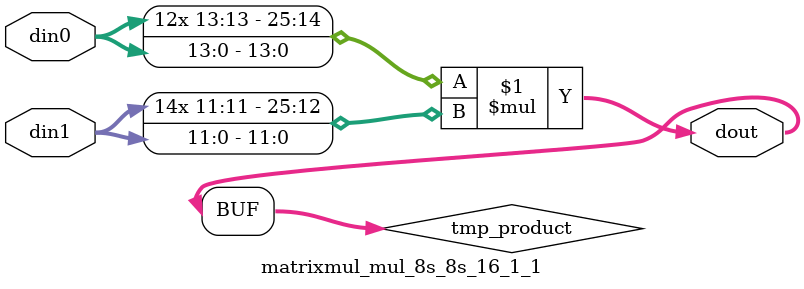
<source format=v>

`timescale 1 ns / 1 ps

 module matrixmul_mul_8s_8s_16_1_1(din0, din1, dout);
parameter ID = 1;
parameter NUM_STAGE = 0;
parameter din0_WIDTH = 14;
parameter din1_WIDTH = 12;
parameter dout_WIDTH = 26;

input [din0_WIDTH - 1 : 0] din0; 
input [din1_WIDTH - 1 : 0] din1; 
output [dout_WIDTH - 1 : 0] dout;

wire signed [dout_WIDTH - 1 : 0] tmp_product;



























assign tmp_product = $signed(din0) * $signed(din1);








assign dout = tmp_product;





















endmodule

</source>
